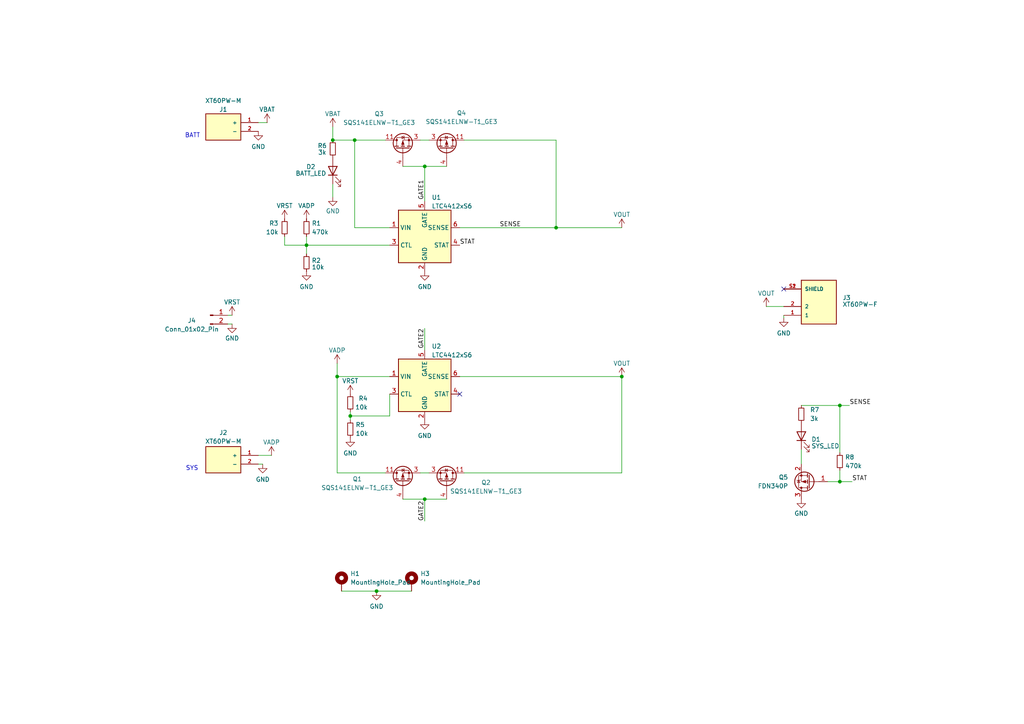
<source format=kicad_sch>
(kicad_sch (version 20231120) (generator "eeschema") (generator_version "8.0")
  (paper "A4")
  (lib_symbols
    (symbol "Connector:Conn_01x02_Pin" (pin_names (offset 1.016) hide)
      (property "Reference" "J" (at 0 2.54 0))
      (property "Value" "Conn_01x02_Pin" (at 0 -5.08 0))
      (symbol "Conn_01x02_Pin_1_1"
        (polyline (pts (xy 1.27 -2.54) (xy 0.8636 -2.54)) (stroke (width 0.1524)))
        (polyline (pts (xy 1.27 0) (xy 0.8636 0)) (stroke (width 0.1524)))
        (rectangle (start 0.8636 -2.413) (end 0 -2.667) (stroke (width 0.1524)) (fill (type outline)))
        (rectangle (start 0.8636 0.127) (end 0 -0.127) (stroke (width 0.1524)) (fill (type outline)))
        (pin passive line (at 5.08 0 180) (length 3.81) (name "Pin_1") (number "1"))
        (pin passive line (at 5.08 -2.54 180) (length 3.81) (name "Pin_2") (number "2"))
      )
    )
    (symbol "Device:LED" (pin_numbers hide) (pin_names (offset 1.016) hide)
      (property "Reference" "D" (at 0 2.54 0))
      (property "Value" "LED" (at 0 -2.54 0))
      (symbol "LED_0_1"
        (polyline (pts (xy -1.27 -1.27) (xy -1.27 1.27)) (stroke (width 0.254)))
        (polyline (pts (xy -1.27 0) (xy 1.27 0)))
        (polyline (pts (xy 1.27 -1.27) (xy 1.27 1.27) (xy -1.27 0) (xy 1.27 -1.27)) (stroke (width 0.254)))
        (polyline (pts (xy -3.048 -0.762) (xy -4.572 -2.286) (xy -3.81 -2.286) (xy -4.572 -2.286) (xy -4.572 -1.524)))
        (polyline (pts (xy -1.778 -0.762) (xy -3.302 -2.286) (xy -2.54 -2.286) (xy -3.302 -2.286) (xy -3.302 -1.524)))
      )
      (symbol "LED_1_1"
        (pin passive line (at -3.81 0 0) (length 2.54) (name "K") (number "1"))
        (pin passive line (at 3.81 0 180) (length 2.54) (name "A") (number "2"))
      )
    )
    (symbol "Device:R_Small" (pin_numbers hide) (pin_names (offset 0.254) hide)
      (property "Reference" "R" (at 0.762 0.508 0))
      (property "Value" "R_Small" (at 0.762 -1.016 0))
      (symbol "R_Small_0_1"
        (rectangle (start -0.762 1.778) (end 0.762 -1.778) (stroke (width 0.2032)))
      )
      (symbol "R_Small_1_1"
        (pin passive line (at 0 2.54 270) (length 0.762) (name "~") (number "1"))
        (pin passive line (at 0 -2.54 90) (length 0.762) (name "~") (number "2"))
      )
    )
    (symbol "GND_1" (power) (pin_names (offset 0))
      (property "Value" "GND_1" (at 0 -3.81 0))
      (symbol "GND_1_0_1"
        (polyline (pts (xy 0 0) (xy 0 -1.27) (xy 1.27 -1.27) (xy 0 -2.54) (xy -1.27 -1.27) (xy 0 -1.27)))
      )
      (symbol "GND_1_1_1"
        (pin power_in line (at 0 0 270) (length 0) hide (name "GND") (number "1"))
      )
    )
    (symbol "GND_2" (power) (pin_names (offset 0))
      (property "Value" "GND_2" (at 0 -3.81 0))
      (symbol "GND_2_0_1"
        (polyline (pts (xy 0 0) (xy 0 -1.27) (xy 1.27 -1.27) (xy 0 -2.54) (xy -1.27 -1.27) (xy 0 -1.27)))
      )
      (symbol "GND_2_1_1"
        (pin power_in line (at 0 0 270) (length 0) hide (name "GND") (number "1"))
      )
    )
    (symbol "Mechanical:MountingHole_Pad" (pin_numbers hide) (pin_names (offset 1.016) hide)
      (property "Reference" "H" (at 0 6.35 0))
      (property "Value" "MountingHole_Pad" (at 0 4.445 0))
      (symbol "MountingHole_Pad_0_1"
        (circle (center 0 1.27) (radius 1.27) (stroke (width 1.27)))
      )
      (symbol "MountingHole_Pad_1_1"
        (pin input line (at 0 -2.54 90) (length 2.54) (name "1") (number "1"))
      )
    )
    (symbol "Power_Management:LTC4412xS6"
      (property "Reference" "U" (at -6.35 8.89 0))
      (property "Value" "LTC4412xS6" (at 6.35 8.89 0))
      (symbol "LTC4412xS6_0_1"
        (rectangle (start -7.62 7.62) (end 7.62 -7.62) (stroke (width 0.254)) (fill (type background)))
      )
      (symbol "LTC4412xS6_1_1"
        (pin power_in line (at -10.16 2.54 0) (length 2.54) (name "VIN") (number "1"))
        (pin power_in line (at 0 -10.16 90) (length 2.54) (name "GND") (number "2"))
        (pin input line (at -10.16 -2.54 0) (length 2.54) (name "CTL") (number "3"))
        (pin open_collector line (at 10.16 -2.54 180) (length 2.54) (name "STAT") (number "4"))
        (pin output line (at 0 10.16 270) (length 2.54) (name "GATE") (number "5"))
        (pin input line (at 10.16 2.54 180) (length 2.54) (name "SENSE") (number "6"))
      )
    )
    (symbol "SQS141ELNW-T1_GE3_1"
      (property "Reference" "Q" (at -8.89 8.382 0))
      (property "Value" "SQS141ELNW-T1_GE3" (at -8.89 5.842 0))
      (symbol "SQS141ELNW-T1_GE3_1_0_1"
        (circle (center -1.778 1.27) (radius 0.254) (fill (type outline)))
        (polyline (pts (xy -2.54 1.27) (xy -1.778 1.27)))
        (polyline (pts (xy -2.286 -0.508) (xy -1.27 -0.508)) (stroke (width 0.254)))
        (polyline (pts (xy -1.905 -1.016) (xy 1.905 -1.016)) (stroke (width 0.254)))
        (polyline (pts (xy -0.508 -0.508) (xy 0.508 -0.508)) (stroke (width 0.254)))
        (polyline (pts (xy 0 -1.016) (xy 0 -3.81)))
        (polyline (pts (xy 1.27 -0.508) (xy 2.286 -0.508)) (stroke (width 0.254)))
        (polyline (pts (xy 2.54 1.27) (xy 0 1.27) (xy 0 -0.508)))
        (polyline (pts (xy -1.778 -0.508) (xy -1.778 2.032) (xy 1.778 2.032) (xy 1.778 -0.508)))
        (polyline (pts (xy 0 1.016) (xy -0.381 0) (xy 0.381 0) (xy 0 1.016)) (fill (type outline)))
        (polyline (pts (xy 0.381 2.032) (xy -0.254 1.651) (xy -0.254 2.413) (xy 0.381 2.032)))
        (polyline (pts (xy 0.508 1.524) (xy 0.381 1.651) (xy 0.381 2.413) (xy 0.254 2.54)))
        (circle (center 0 0.381) (radius 2.794) (stroke (width 0.254)))
        (circle (center 1.778 1.27) (radius 0.254) (fill (type outline)))
      )
      (symbol "SQS141ELNW-T1_GE3_1_1_1"
        (pin passive line (at 5.08 1.27 270) (length 2.54) hide (name "") (number "1"))
        (pin passive line (at -5.08 1.27 270) (length 2.54) hide (name "") (number "10"))
        (pin passive line (at -5.08 1.27 0) (length 2.54) (name "") (number "11"))
        (pin passive line (at 5.08 1.27 270) (length 2.54) hide (name "") (number "2"))
        (pin passive line (at 5.08 1.27 180) (length 2.54) (name "") (number "3"))
        (pin input line (at 0 -6.35 90) (length 2.54) (name "") (number "4"))
        (pin passive line (at -5.08 1.27 270) (length 2.54) hide (name "") (number "5"))
        (pin passive line (at -5.08 1.27 270) (length 2.54) hide (name "") (number "6"))
        (pin passive line (at -5.08 1.27 270) (length 2.54) hide (name "") (number "7"))
        (pin passive line (at -5.08 1.27 270) (length 2.54) hide (name "") (number "8"))
        (pin passive line (at -5.08 1.27 270) (length 2.54) hide (name "") (number "9"))
      )
    )
    (symbol "SQS141ELNW-T1_GE3_2"
      (property "Reference" "Q" (at -8.89 8.382 0))
      (property "Value" "SQS141ELNW-T1_GE3" (at -8.89 5.842 0))
      (symbol "SQS141ELNW-T1_GE3_2_0_1"
        (circle (center -1.778 1.27) (radius 0.254) (fill (type outline)))
        (polyline (pts (xy -2.54 1.27) (xy -1.778 1.27)))
        (polyline (pts (xy -2.286 -0.508) (xy -1.27 -0.508)) (stroke (width 0.254)))
        (polyline (pts (xy -1.905 -1.016) (xy 1.905 -1.016)) (stroke (width 0.254)))
        (polyline (pts (xy -0.508 -0.508) (xy 0.508 -0.508)) (stroke (width 0.254)))
        (polyline (pts (xy 0 -1.016) (xy 0 -3.81)))
        (polyline (pts (xy 1.27 -0.508) (xy 2.286 -0.508)) (stroke (width 0.254)))
        (polyline (pts (xy 2.54 1.27) (xy 0 1.27) (xy 0 -0.508)))
        (polyline (pts (xy -1.778 -0.508) (xy -1.778 2.032) (xy 1.778 2.032) (xy 1.778 -0.508)))
        (polyline (pts (xy 0 1.016) (xy -0.381 0) (xy 0.381 0) (xy 0 1.016)) (fill (type outline)))
        (polyline (pts (xy 0.381 2.032) (xy -0.254 1.651) (xy -0.254 2.413) (xy 0.381 2.032)))
        (polyline (pts (xy 0.508 1.524) (xy 0.381 1.651) (xy 0.381 2.413) (xy 0.254 2.54)))
        (circle (center 0 0.381) (radius 2.794) (stroke (width 0.254)))
        (circle (center 1.778 1.27) (radius 0.254) (fill (type outline)))
      )
      (symbol "SQS141ELNW-T1_GE3_2_1_1"
        (pin passive line (at 5.08 1.27 270) (length 2.54) hide (name "") (number "1"))
        (pin passive line (at -5.08 1.27 270) (length 2.54) hide (name "") (number "10"))
        (pin passive line (at -5.08 1.27 0) (length 2.54) (name "") (number "11"))
        (pin passive line (at 5.08 1.27 270) (length 2.54) hide (name "") (number "2"))
        (pin passive line (at 5.08 1.27 180) (length 2.54) (name "") (number "3"))
        (pin input line (at 0 -6.35 90) (length 2.54) (name "") (number "4"))
        (pin passive line (at -5.08 1.27 270) (length 2.54) hide (name "") (number "5"))
        (pin passive line (at -5.08 1.27 270) (length 2.54) hide (name "") (number "6"))
        (pin passive line (at -5.08 1.27 270) (length 2.54) hide (name "") (number "7"))
        (pin passive line (at -5.08 1.27 270) (length 2.54) hide (name "") (number "8"))
        (pin passive line (at -5.08 1.27 270) (length 2.54) hide (name "") (number "9"))
      )
    )
    (symbol "Transistor_FET:FDN340P" (pin_names hide)
      (property "Reference" "Q" (at 5.08 1.905 0))
      (property "Value" "FDN340P" (at 5.08 0 0))
      (symbol "FDN340P_0_1"
        (polyline (pts (xy 0.254 0) (xy -2.54 0)))
        (polyline (pts (xy 0.254 1.905) (xy 0.254 -1.905)) (stroke (width 0.254)))
        (polyline (pts (xy 0.762 -1.27) (xy 0.762 -2.286)) (stroke (width 0.254)))
        (polyline (pts (xy 0.762 0.508) (xy 0.762 -0.508)) (stroke (width 0.254)))
        (polyline (pts (xy 0.762 2.286) (xy 0.762 1.27)) (stroke (width 0.254)))
        (polyline (pts (xy 2.54 2.54) (xy 2.54 1.778)))
        (polyline (pts (xy 2.54 -2.54) (xy 2.54 0) (xy 0.762 0)))
        (polyline (pts (xy 0.762 1.778) (xy 3.302 1.778) (xy 3.302 -1.778) (xy 0.762 -1.778)))
        (polyline (pts (xy 2.286 0) (xy 1.27 0.381) (xy 1.27 -0.381) (xy 2.286 0)) (fill (type outline)))
        (polyline (pts (xy 2.794 -0.508) (xy 2.921 -0.381) (xy 3.683 -0.381) (xy 3.81 -0.254)))
        (polyline (pts (xy 3.302 -0.381) (xy 2.921 0.254) (xy 3.683 0.254) (xy 3.302 -0.381)))
        (circle (center 1.651 0) (radius 2.794) (stroke (width 0.254)))
        (circle (center 2.54 -1.778) (radius 0.254) (fill (type outline)))
        (circle (center 2.54 1.778) (radius 0.254) (fill (type outline)))
      )
      (symbol "FDN340P_1_1"
        (pin input line (at -5.08 0 0) (length 2.54) (name "G") (number "1"))
        (pin passive line (at 2.54 -5.08 90) (length 2.54) (name "S") (number "2"))
        (pin passive line (at 2.54 5.08 270) (length 2.54) (name "D") (number "3"))
      )
    )
    (symbol "iclr:SQS141ELNW-T1_GE3"
      (property "Reference" "Q" (at -8.89 8.382 0))
      (property "Value" "SQS141ELNW-T1_GE3" (at -8.89 5.842 0))
      (symbol "SQS141ELNW-T1_GE3_0_1"
        (circle (center -1.778 1.27) (radius 0.254) (fill (type outline)))
        (polyline (pts (xy -2.54 1.27) (xy -1.778 1.27)))
        (polyline (pts (xy -2.286 -0.508) (xy -1.27 -0.508)) (stroke (width 0.254)))
        (polyline (pts (xy -1.905 -1.016) (xy 1.905 -1.016)) (stroke (width 0.254)))
        (polyline (pts (xy -0.508 -0.508) (xy 0.508 -0.508)) (stroke (width 0.254)))
        (polyline (pts (xy 0 -1.016) (xy 0 -3.81)))
        (polyline (pts (xy 1.27 -0.508) (xy 2.286 -0.508)) (stroke (width 0.254)))
        (polyline (pts (xy 2.54 1.27) (xy 0 1.27) (xy 0 -0.508)))
        (polyline (pts (xy -1.778 -0.508) (xy -1.778 2.032) (xy 1.778 2.032) (xy 1.778 -0.508)))
        (polyline (pts (xy 0 1.016) (xy -0.381 0) (xy 0.381 0) (xy 0 1.016)) (fill (type outline)))
        (polyline (pts (xy 0.381 2.032) (xy -0.254 1.651) (xy -0.254 2.413) (xy 0.381 2.032)))
        (polyline (pts (xy 0.508 1.524) (xy 0.381 1.651) (xy 0.381 2.413) (xy 0.254 2.54)))
        (circle (center 0 0.381) (radius 2.794) (stroke (width 0.254)))
        (circle (center 1.778 1.27) (radius 0.254) (fill (type outline)))
      )
      (symbol "SQS141ELNW-T1_GE3_1_1"
        (pin passive line (at 5.08 1.27 270) (length 2.54) hide (name "") (number "1"))
        (pin passive line (at -5.08 1.27 270) (length 2.54) hide (name "") (number "10"))
        (pin passive line (at -5.08 1.27 0) (length 2.54) (name "") (number "11"))
        (pin passive line (at 5.08 1.27 270) (length 2.54) hide (name "") (number "2"))
        (pin passive line (at 5.08 1.27 180) (length 2.54) (name "") (number "3"))
        (pin input line (at 0 -6.35 90) (length 2.54) (name "") (number "4"))
        (pin passive line (at -5.08 1.27 270) (length 2.54) hide (name "") (number "5"))
        (pin passive line (at -5.08 1.27 270) (length 2.54) hide (name "") (number "6"))
        (pin passive line (at -5.08 1.27 270) (length 2.54) hide (name "") (number "7"))
        (pin passive line (at -5.08 1.27 270) (length 2.54) hide (name "") (number "8"))
        (pin passive line (at -5.08 1.27 270) (length 2.54) hide (name "") (number "9"))
      )
    )
    (symbol "iclr:XT60PW-F" (pin_names (offset 1.016))
      (property "Reference" "J" (at -5.08 6.35 0))
      (property "Value" "XT60PW-F" (at -5.08 -8.89 0))
      (symbol "XT60PW-F_0_0"
        (rectangle (start -5.08 -7.62) (end 5.08 5.08) (stroke (width 0.254)) (fill (type background)))
        (pin passive line (at -10.16 2.54 0) (length 5.08) (name "1") (number "1"))
        (pin passive line (at -10.16 0 0) (length 5.08) (name "2") (number "2"))
        (pin passive line (at -10.16 -5.08 0) (length 5.08) (name "SHIELD") (number "S1"))
        (pin passive line (at -10.16 -5.08 0) (length 5.08) (name "SHIELD") (number "S2"))
      )
    )
    (symbol "iclr:XT60PW-M" (pin_names (offset 1.016))
      (property "Reference" "J" (at -5.08 5.7234 0))
      (property "Value" "XT60PW-M" (at -5.08 -5.0923 0))
      (symbol "XT60PW-M_0_0"
        (rectangle (start -5.08 -2.54) (end 5.08 5.08) (stroke (width 0.254)) (fill (type background)))
        (pin passive line (at -10.16 2.54 0) (length 5.08) (name "+") (number "1"))
        (pin passive line (at -10.16 0 0) (length 5.08) (name "-") (number "2"))
      )
    )
    (symbol "power:GND" (power) (pin_names (offset 0))
      (property "Value" "GND" (at 0 -3.81 0))
      (symbol "GND_0_1"
        (polyline (pts (xy 0 0) (xy 0 -1.27) (xy 1.27 -1.27) (xy 0 -2.54) (xy -1.27 -1.27) (xy 0 -1.27)))
      )
      (symbol "GND_1_1"
        (pin power_in line (at 0 0 270) (length 0) hide (name "GND") (number "1"))
      )
    )
    (symbol "power:VBUS" (power) (pin_numbers hide) (pin_names (offset 0) hide)
      (property "Value" "VBUS" (at 0 3.556 0))
      (symbol "VBUS_0_1"
        (polyline (pts (xy -0.762 1.27) (xy 0 2.54)))
        (polyline (pts (xy 0 0) (xy 0 2.54)))
        (polyline (pts (xy 0 2.54) (xy 0.762 1.27)))
      )
      (symbol "VBUS_1_1"
        (pin power_in line (at 0 0 90) (length 0) (name "~") (number "1"))
      )
    )
  )
  (junction (at 102.87 40.64))
  (junction (at 96.52 40.64))
  (junction (at 109.22 171.45))
  (junction (at 161.29 66.04))
  (junction (at 88.9 71.12))
  (junction (at 123.19 144.78))
  (junction (at 101.6 120.65))
  (junction (at 123.19 48.26))
  (junction (at 243.586 139.7))
  (junction (at 180.34 109.22))
  (junction (at 97.79 109.22))
  (junction (at 243.586 117.602))
  (no_connect (at 133.35 114.3))
  (no_connect (at 227.33 83.82))
  (wire (pts (xy 88.9 71.12) (xy 88.9 73.66)))
  (wire (pts (xy 101.6 120.65) (xy 101.6 121.92)))
  (wire (pts (xy 123.19 48.26) (xy 123.19 58.42)))
  (wire (pts (xy 116.84 144.78) (xy 123.19 144.78)))
  (wire (pts (xy 113.03 66.04) (xy 102.87 66.04)))
  (wire (pts (xy 101.6 119.38) (xy 101.6 120.65)))
  (wire (pts (xy 96.52 57.15) (xy 96.52 53.34)))
  (wire (pts (xy 99.06 171.45) (xy 109.22 171.45)))
  (wire (pts (xy 232.41 117.602) (xy 243.586 117.602)))
  (wire (pts (xy 96.52 40.64) (xy 102.87 40.64)))
  (wire (pts (xy 180.34 109.22) (xy 180.34 137.16)))
  (wire (pts (xy 124.46 40.64) (xy 121.92 40.64)))
  (wire (pts (xy 77.47 35.56) (xy 74.93 35.56)))
  (wire (pts (xy 161.29 66.04) (xy 180.34 66.04)))
  (wire (pts (xy 97.79 109.22) (xy 113.03 109.22)))
  (wire (pts (xy 88.9 68.58) (xy 88.9 71.12)))
  (wire (pts (xy 243.586 117.602) (xy 243.586 131.318)))
  (wire (pts (xy 123.19 151.13) (xy 123.19 144.78)))
  (wire (pts (xy 232.41 130.302) (xy 232.41 134.62)))
  (wire (pts (xy 88.9 71.12) (xy 113.03 71.12)))
  (wire (pts (xy 161.29 40.64) (xy 161.29 66.04)))
  (wire (pts (xy 116.84 48.26) (xy 123.19 48.26)))
  (wire (pts (xy 97.79 105.41) (xy 97.79 109.22)))
  (wire (pts (xy 113.03 120.65) (xy 113.03 114.3)))
  (wire (pts (xy 243.586 117.602) (xy 246.38 117.602)))
  (wire (pts (xy 240.03 139.7) (xy 243.586 139.7)))
  (wire (pts (xy 88.9 71.12) (xy 82.55 71.12)))
  (wire (pts (xy 67.31 91.44) (xy 66.04 91.44)))
  (wire (pts (xy 124.46 137.16) (xy 121.92 137.16)))
  (wire (pts (xy 123.19 144.78) (xy 129.54 144.78)))
  (wire (pts (xy 96.52 36.83) (xy 96.52 40.64)))
  (wire (pts (xy 134.62 137.16) (xy 180.34 137.16)))
  (wire (pts (xy 97.79 109.22) (xy 97.79 137.16)))
  (wire (pts (xy 123.19 95.25) (xy 123.19 101.6)))
  (wire (pts (xy 133.35 66.04) (xy 161.29 66.04)))
  (wire (pts (xy 78.74 132.08) (xy 74.93 132.08)))
  (wire (pts (xy 97.79 137.16) (xy 111.76 137.16)))
  (wire (pts (xy 222.25 88.9) (xy 227.33 88.9)))
  (wire (pts (xy 134.62 40.64) (xy 161.29 40.64)))
  (wire (pts (xy 102.87 40.64) (xy 111.76 40.64)))
  (wire (pts (xy 102.87 40.64) (xy 102.87 66.04)))
  (wire (pts (xy 133.35 109.22) (xy 180.34 109.22)))
  (wire (pts (xy 227.33 92.202) (xy 227.33 91.44)))
  (wire (pts (xy 101.6 120.65) (xy 113.03 120.65)))
  (wire (pts (xy 243.586 139.7) (xy 243.586 136.398)))
  (wire (pts (xy 67.31 93.98) (xy 66.04 93.98)))
  (wire (pts (xy 109.22 171.45) (xy 119.38 171.45)))
  (wire (pts (xy 123.19 48.26) (xy 129.54 48.26)))
  (wire (pts (xy 243.586 139.7) (xy 247.142 139.7)))
  (wire (pts (xy 76.2 134.62) (xy 74.93 134.62)))
  (wire (pts (xy 82.55 71.12) (xy 82.55 68.58)))
  (text "BATT" (at 53.594 40.132 0) (effects (font (size 1.27 1.27)) (justify left bottom)))
  (text "SYS" (at 53.848 136.652 0) (effects (font (size 1.27 1.27)) (justify left bottom)))
  (label "GATE2" (at 123.19 151.13 90))
  (label "GATE1" (at 123.19 52.07 270))
  (label "GATE2" (at 123.19 95.25 270))
  (label "STAT" (at 133.35 71.12 0))
  (label "SENSE" (at 151.13 66.04 180))
  (label "SENSE" (at 246.38 117.602 0))
  (label "STAT" (at 247.142 139.7 0))
  (symbol (lib_id "power:VBUS") (at 101.6 114.3 0) (unit 1)
    (property "Reference" "#PWR014" (effects (hide yes)))
    (property "Value" "VRST" (at 101.6 110.49 0))
    (property "Description" "Power symbol creates a global label with name \"VBUS\"" (effects (hide yes)))
  )
  (symbol (lib_name "SQS141ELNW-T1_GE3_1") (lib_id "iclr:SQS141ELNW-T1_GE3") (at 116.84 41.91 0) (unit 1)
    (property "Reference" "Q3" (at 109.982 33.02 0))
    (property "Value" "SQS141ELNW-T1_GE3" (at 109.982 35.56 0))
    (property "Footprint" "iclr:SQS850ENT1_GE3" (effects (hide yes)))
    (property "Datasheet" "https://www.mouser.it/ProductDetail/Vishay-Semiconductors/SQS141ELNW-T1_GE3?qs=t7xnP681wgUUJh1P9XVDHQ%3D%3D" (effects (hide yes)))
    (property "Description" "Automotive P-Channel 40 V (D-S) 175 C MOSFET" (effects (hide yes)))
    (property "Height" "1.12" (effects (hide yes)))
    (property "Manufacturer_Name" "Vishay" (effects (hide yes)))
    (property "Manufacturer_Part_Number" "SQS141ELNW-T1_GE3" (effects (hide yes)))
    (property "Mouser Part Number" "78-SQS141ELNW-T1_GE3" (effects (hide yes)))
    (property "Mouser Price/Stock" "https://www.mouser.co.uk/ProductDetail/Vishay-Semiconductors/SQS141ELNW-T1_GE3?qs=t7xnP681wgUUJh1P9XVDHQ%3D%3D" (effects (hide yes)))
    (property "Arrow Part Number" "SQS141ELNW-T1_GE3" (effects (hide yes)))
    (property "Arrow Price/Stock" "https://www.arrow.com/en/products/sqs141elnw-t1-ge3/vishay?region=nac" (effects (hide yes)))
  )
  (symbol (lib_id "Power_Management:LTC4412xS6") (at 123.19 111.76 0) (unit 1)
    (property "Reference" "U2" (at 125.2094 100.4402 0) (effects (justify left)))
    (property "Value" "LTC4412xS6" (at 125.2094 102.9771 0) (effects (justify left)))
    (property "Footprint" "Package_TO_SOT_SMD:TSOT-23-6" (effects (hide yes)))
    (property "Datasheet" "https://www.analog.com/media/en/technical-documentation/data-sheets/4412fb.pdf" (effects (hide yes)))
  )
  (symbol (lib_id "power:GND") (at 74.93 38.1 0) (unit 1)
    (property "Reference" "#PWR0101" (effects (hide yes)))
    (property "Value" "GND" (at 74.93 42.5434 0))
  )
  (symbol (lib_name "SQS141ELNW-T1_GE3_2") (lib_id "iclr:SQS141ELNW-T1_GE3") (at 129.54 138.43 0) (mirror y) (unit 1)
    (property "Reference" "Q2" (at 140.97 139.954 0))
    (property "Value" "SQS141ELNW-T1_GE3" (at 140.97 142.494 0))
    (property "Footprint" "iclr:SQS850ENT1_GE3" (effects (hide yes)))
    (property "Datasheet" "https://www.mouser.it/ProductDetail/Vishay-Semiconductors/SQS141ELNW-T1_GE3?qs=t7xnP681wgUUJh1P9XVDHQ%3D%3D" (effects (hide yes)))
    (property "Description" "Automotive P-Channel 40 V (D-S) 175 C MOSFET" (effects (hide yes)))
    (property "Height" "1.12" (effects (hide yes)))
    (property "Manufacturer_Name" "Vishay" (effects (hide yes)))
    (property "Manufacturer_Part_Number" "SQS141ELNW-T1_GE3" (effects (hide yes)))
    (property "Mouser Part Number" "78-SQS141ELNW-T1_GE3" (effects (hide yes)))
    (property "Mouser Price/Stock" "https://www.mouser.co.uk/ProductDetail/Vishay-Semiconductors/SQS141ELNW-T1_GE3?qs=t7xnP681wgUUJh1P9XVDHQ%3D%3D" (effects (hide yes)))
    (property "Arrow Part Number" "SQS141ELNW-T1_GE3" (effects (hide yes)))
    (property "Arrow Price/Stock" "https://www.arrow.com/en/products/sqs141elnw-t1-ge3/vishay?region=nac" (effects (hide yes)))
  )
  (symbol (lib_id "Device:R_Small") (at 101.6 116.84 0) (unit 1)
    (property "Reference" "R4" (at 106.68 115.57 0) (effects (justify right)))
    (property "Value" "10k" (at 106.68 118.11 0) (effects (justify right)))
    (property "Footprint" "Resistor_SMD:R_0402_1005Metric" (effects (hide yes)))
  )
  (symbol (lib_name "GND_1") (lib_id "power:GND") (at 232.41 144.78 0) (unit 1)
    (property "Reference" "#PWR02" (effects (hide yes)))
    (property "Value" "GND" (at 232.41 148.9155 0))
  )
  (symbol (lib_id "Device:R_Small") (at 82.55 66.04 0) (unit 1)
    (property "Reference" "R3" (at 80.772 64.77 0) (effects (justify right)))
    (property "Value" "10k" (at 80.772 67.31 0) (effects (justify right)))
    (property "Footprint" "Resistor_SMD:R_0402_1005Metric" (effects (hide yes)))
  )
  (symbol (lib_name "GND_2") (lib_id "power:GND") (at 96.52 57.15 0) (unit 1)
    (property "Reference" "#PWR03" (effects (hide yes)))
    (property "Value" "GND" (at 94.488 61.214 0) (effects (justify left)))
  )
  (symbol (lib_id "power:GND") (at 76.2 134.62 0) (unit 1)
    (property "Reference" "#PWR0104" (effects (hide yes)))
    (property "Value" "GND" (at 76.2 139.0634 0))
  )
  (symbol (lib_id "iclr:XT60PW-F") (at 237.49 88.9 0) (mirror x) (unit 1)
    (property "Reference" "J3" (at 244.348 86.36 0) (effects (justify left)))
    (property "Value" "XT60PW-F" (at 244.348 88.281 0) (effects (justify left)))
    (property "Footprint" "iclr:AMASS_XT60PW-F" (effects (hide yes)))
    (property "PARTREV" "V1.2" (effects (hide yes)))
    (property "STANDARD" "Manufacturer Recommendations" (effects (hide yes)))
    (property "MAXIMUM_PACKAGE_HEIGHT" "8.4 mm" (effects (hide yes)))
    (property "MANUFACTURER" "AMASS" (effects (hide yes)))
  )
  (symbol (lib_id "Mechanical:MountingHole_Pad") (at 99.06 168.91 0) (unit 1)
    (property "Reference" "H1" (at 101.6 166.3699 0) (effects (justify left)))
    (property "Value" "MountingHole_Pad" (at 101.6 168.9099 0) (effects (justify left)))
    (property "Footprint" "MountingHole:MountingHole_3.2mm_M3_DIN965_Pad" (effects (hide yes)))
  )
  (symbol (lib_id "power:VBUS") (at 82.55 63.5 0) (unit 1)
    (property "Reference" "#PWR013" (effects (hide yes)))
    (property "Value" "VRST" (at 82.55 59.69 0))
    (property "Description" "Power symbol creates a global label with name \"VBUS\"" (effects (hide yes)))
  )
  (symbol (lib_id "power:GND") (at 123.19 78.74 0) (unit 1)
    (property "Reference" "#PWR0102" (effects (hide yes)))
    (property "Value" "GND" (at 123.19 83.1834 0))
  )
  (symbol (lib_id "power:VBUS") (at 180.34 66.04 0) (unit 1)
    (property "Reference" "#PWR017" (effects (hide yes)))
    (property "Value" "VOUT" (at 180.34 62.23 0))
    (property "Description" "Power symbol creates a global label with name \"VBUS\"" (effects (hide yes)))
  )
  (symbol (lib_id "power:VBUS") (at 96.52 36.83 0) (unit 1)
    (property "Reference" "#PWR09" (effects (hide yes)))
    (property "Value" "VBAT" (at 96.52 33.02 0))
    (property "Description" "Power symbol creates a global label with name \"VBUS\"" (effects (hide yes)))
  )
  (symbol (lib_id "power:VBUS") (at 78.74 132.08 0) (unit 1)
    (property "Reference" "#PWR07" (effects (hide yes)))
    (property "Value" "VADP" (at 78.74 128.27 0))
    (property "Description" "Power symbol creates a global label with name \"VBUS\"" (effects (hide yes)))
  )
  (symbol (lib_id "Device:LED") (at 232.41 126.492 90) (unit 1)
    (property "Reference" "D1" (at 235.331 127.4358 90) (effects (justify right)))
    (property "Value" "SYS_LED" (at 235.331 129.3568 90) (effects (justify right)))
    (property "Footprint" "LED_SMD:LED_0603_1608Metric" (effects (hide yes)))
  )
  (symbol (lib_id "power:VBUS") (at 88.9 63.5 0) (unit 1)
    (property "Reference" "#PWR010" (effects (hide yes)))
    (property "Value" "VADP" (at 88.9 59.69 0))
    (property "Description" "Power symbol creates a global label with name \"VBUS\"" (effects (hide yes)))
  )
  (symbol (lib_id "power:GND") (at 227.33 92.202 0) (unit 1)
    (property "Reference" "#PWR06" (effects (hide yes)))
    (property "Value" "GND" (at 227.33 96.6454 0))
  )
  (symbol (lib_id "power:VBUS") (at 67.31 91.44 0) (unit 1)
    (property "Reference" "#PWR05" (effects (hide yes)))
    (property "Value" "VRST" (at 67.31 87.63 0))
    (property "Description" "Power symbol creates a global label with name \"VBUS\"" (effects (hide yes)))
  )
  (symbol (lib_id "power:VBUS") (at 180.34 109.22 0) (unit 1)
    (property "Reference" "#PWR018" (effects (hide yes)))
    (property "Value" "VOUT" (at 180.34 105.41 0))
    (property "Description" "Power symbol creates a global label with name \"VBUS\"" (effects (hide yes)))
  )
  (symbol (lib_id "Power_Management:LTC4412xS6") (at 123.19 68.58 0) (unit 1)
    (property "Reference" "U1" (at 125.2094 57.2602 0) (effects (justify left)))
    (property "Value" "LTC4412xS6" (at 125.2094 59.7971 0) (effects (justify left)))
    (property "Footprint" "Package_TO_SOT_SMD:TSOT-23-6" (effects (hide yes)))
    (property "Datasheet" "https://www.analog.com/media/en/technical-documentation/data-sheets/4412fb.pdf" (effects (hide yes)))
  )
  (symbol (lib_id "iclr:SQS141ELNW-T1_GE3") (at 129.54 41.91 0) (mirror y) (unit 1)
    (property "Reference" "Q4" (at 133.858 32.766 0))
    (property "Value" "SQS141ELNW-T1_GE3" (at 133.858 35.306 0))
    (property "Footprint" "iclr:SQS850ENT1_GE3" (effects (hide yes)))
    (property "Datasheet" "https://www.mouser.it/ProductDetail/Vishay-Semiconductors/SQS141ELNW-T1_GE3?qs=t7xnP681wgUUJh1P9XVDHQ%3D%3D" (effects (hide yes)))
    (property "Description" "Automotive P-Channel 40 V (D-S) 175 C MOSFET" (effects (hide yes)))
    (property "Height" "1.12" (effects (hide yes)))
    (property "Manufacturer_Name" "Vishay" (effects (hide yes)))
    (property "Manufacturer_Part_Number" "SQS141ELNW-T1_GE3" (effects (hide yes)))
    (property "Mouser Part Number" "78-SQS141ELNW-T1_GE3" (effects (hide yes)))
    (property "Mouser Price/Stock" "https://www.mouser.co.uk/ProductDetail/Vishay-Semiconductors/SQS141ELNW-T1_GE3?qs=t7xnP681wgUUJh1P9XVDHQ%3D%3D" (effects (hide yes)))
    (property "Arrow Part Number" "SQS141ELNW-T1_GE3" (effects (hide yes)))
    (property "Arrow Price/Stock" "https://www.arrow.com/en/products/sqs141elnw-t1-ge3/vishay?region=nac" (effects (hide yes)))
  )
  (symbol (lib_id "power:VBUS") (at 222.25 88.9 0) (unit 1)
    (property "Reference" "#PWR011" (effects (hide yes)))
    (property "Value" "VOUT" (at 222.25 85.09 0))
    (property "Description" "Power symbol creates a global label with name \"VBUS\"" (effects (hide yes)))
  )
  (symbol (lib_id "power:VBUS") (at 77.47 35.56 0) (unit 1)
    (property "Reference" "#PWR08" (effects (hide yes)))
    (property "Value" "VBAT" (at 77.47 31.75 0))
    (property "Description" "Power symbol creates a global label with name \"VBUS\"" (effects (hide yes)))
  )
  (symbol (lib_id "Device:R_Small") (at 88.9 66.04 180) (unit 1)
    (property "Reference" "R1" (at 90.424 64.77 0) (effects (justify right)))
    (property "Value" "470k" (at 90.424 67.31 0) (effects (justify right)))
    (property "Footprint" "Resistor_SMD:R_0402_1005Metric" (effects (hide yes)))
  )
  (symbol (lib_id "power:GND") (at 101.6 127 0) (unit 1)
    (property "Reference" "#PWR016" (effects (hide yes)))
    (property "Value" "GND" (at 101.6 131.4434 0))
  )
  (symbol (lib_id "Device:R_Small") (at 96.52 43.18 0) (unit 1)
    (property "Reference" "R6" (at 93.472 42.275 0))
    (property "Value" "3k" (at 93.472 44.196 0))
    (property "Footprint" "Resistor_SMD:R_0603_1608Metric" (effects (hide yes)))
  )
  (symbol (lib_id "Device:LED") (at 96.52 49.53 90) (unit 1)
    (property "Reference" "D2" (at 90.17 48.371 90))
    (property "Value" "BATT_LED" (at 90.17 50.292 90))
    (property "Footprint" "LED_SMD:LED_0603_1608Metric" (effects (hide yes)))
  )
  (symbol (lib_id "iclr:XT60PW-M") (at 64.77 134.62 0) (mirror y) (unit 1)
    (property "Reference" "J2" (at 64.77 125.476 0))
    (property "Value" "XT60PW-M" (at 64.77 128.0129 0))
    (property "Footprint" "iclr:AMASS_XT60PW-M" (effects (hide yes)))
    (property "STANDARD" "Manufacturer recommendations" (effects (hide yes)))
    (property "MANUFACTURER" "AMASS" (effects (hide yes)))
    (property "PARTREV" "V1.2" (effects (hide yes)))
    (property "MAXIMUM_PACKAGE_HEIGHT" "8.4 mm" (effects (hide yes)))
  )
  (symbol (lib_id "iclr:XT60PW-M") (at 64.77 38.1 0) (mirror y) (unit 1)
    (property "Reference" "J1" (at 64.77 31.7469 0))
    (property "Value" "XT60PW-M" (at 64.77 29.21 0))
    (property "Footprint" "iclr:AMASS_XT60PW-M" (effects (hide yes)))
    (property "STANDARD" "Manufacturer recommendations" (effects (hide yes)))
    (property "MANUFACTURER" "AMASS" (effects (hide yes)))
    (property "PARTREV" "V1.2" (effects (hide yes)))
    (property "MAXIMUM_PACKAGE_HEIGHT" "8.4 mm" (effects (hide yes)))
  )
  (symbol (lib_id "power:GND") (at 123.19 121.92 0) (unit 1)
    (property "Reference" "#PWR0103" (effects (hide yes)))
    (property "Value" "GND" (at 123.19 126.3634 0))
  )
  (symbol (lib_name "SQS141ELNW-T1_GE3_1") (lib_id "iclr:SQS141ELNW-T1_GE3") (at 116.84 138.43 0) (unit 1)
    (property "Reference" "Q1" (at 103.632 138.938 0))
    (property "Value" "SQS141ELNW-T1_GE3" (at 103.632 141.478 0))
    (property "Footprint" "iclr:SQS850ENT1_GE3" (effects (hide yes)))
    (property "Datasheet" "https://www.mouser.it/ProductDetail/Vishay-Semiconductors/SQS141ELNW-T1_GE3?qs=t7xnP681wgUUJh1P9XVDHQ%3D%3D" (effects (hide yes)))
    (property "Description" "Automotive P-Channel 40 V (D-S) 175 C MOSFET" (effects (hide yes)))
    (property "Height" "1.12" (effects (hide yes)))
    (property "Manufacturer_Name" "Vishay" (effects (hide yes)))
    (property "Manufacturer_Part_Number" "SQS141ELNW-T1_GE3" (effects (hide yes)))
    (property "Mouser Part Number" "78-SQS141ELNW-T1_GE3" (effects (hide yes)))
    (property "Mouser Price/Stock" "https://www.mouser.co.uk/ProductDetail/Vishay-Semiconductors/SQS141ELNW-T1_GE3?qs=t7xnP681wgUUJh1P9XVDHQ%3D%3D" (effects (hide yes)))
    (property "Arrow Part Number" "SQS141ELNW-T1_GE3" (effects (hide yes)))
    (property "Arrow Price/Stock" "https://www.arrow.com/en/products/sqs141elnw-t1-ge3/vishay?region=nac" (effects (hide yes)))
  )
  (symbol (lib_name "GND_2") (lib_id "power:GND") (at 67.31 93.98 0) (unit 1)
    (property "Reference" "#PWR04" (effects (hide yes)))
    (property "Value" "GND" (at 67.31 98.1155 0))
  )
  (symbol (lib_id "Device:R_Small") (at 232.41 120.142 0) (unit 1)
    (property "Reference" "R7" (at 234.95 118.8719 0) (effects (justify left)))
    (property "Value" "3k" (at 234.95 121.4119 0) (effects (justify left)))
    (property "Footprint" "Resistor_SMD:R_0603_1608Metric" (effects (hide yes)))
  )
  (symbol (lib_id "Device:R_Small") (at 243.586 133.858 0) (unit 1)
    (property "Reference" "R8" (at 245.11 132.5879 0) (effects (justify left)))
    (property "Value" "470k" (at 245.11 135.1279 0) (effects (justify left)))
    (property "Footprint" "Resistor_SMD:R_0603_1608Metric" (effects (hide yes)))
  )
  (symbol (lib_id "power:GND") (at 88.9 78.74 0) (unit 1)
    (property "Reference" "#PWR01" (effects (hide yes)))
    (property "Value" "GND" (at 88.9 83.1834 0))
  )
  (symbol (lib_id "Transistor_FET:FDN340P") (at 234.95 139.7 180) (unit 1)
    (property "Reference" "Q5" (at 228.6 138.4299 0) (effects (justify left)))
    (property "Value" "FDN340P" (at 228.6 140.9699 0) (effects (justify left)))
    (property "Footprint" "Package_TO_SOT_SMD:SOT-23" (effects (hide yes)))
    (property "Datasheet" "https://www.onsemi.com/pub/Collateral/FDN340P-D.PDF" (effects (hide yes)))
  )
  (symbol (lib_id "power:GND") (at 109.22 171.45 0) (unit 1)
    (property "Reference" "#PWR0106" (effects (hide yes)))
    (property "Value" "GND" (at 109.22 175.8934 0))
  )
  (symbol (lib_id "Device:R_Small") (at 101.6 124.46 0) (unit 1)
    (property "Reference" "R5" (at 103.124 123.19 0) (effects (justify left)))
    (property "Value" "10k" (at 103.124 125.73 0) (effects (justify left)))
    (property "Footprint" "Resistor_SMD:R_0402_1005Metric" (effects (hide yes)))
  )
  (symbol (lib_id "Device:R_Small") (at 88.9 76.2 0) (unit 1)
    (property "Reference" "R2" (at 90.3986 75.5563 0) (effects (justify left)))
    (property "Value" "10k" (at 90.3986 77.4773 0) (effects (justify left)))
    (property "Footprint" "Resistor_SMD:R_0402_1005Metric" (effects (hide yes)))
  )
  (symbol (lib_id "Connector:Conn_01x02_Pin") (at 60.96 91.44 0) (unit 1)
    (property "Reference" "J4" (at 55.626 92.964 0))
    (property "Value" "Conn_01x02_Pin" (at 55.626 95.504 0))
    (property "Footprint" "iclr:Molex_Nano-Fit_105313-xx02_1x02_P2.50mm_Horizontal" (effects (hide yes)))
    (property "Description" "Generic connector, single row, 01x02, script generated" (effects (hide yes)))
  )
  (symbol (lib_id "power:VBUS") (at 97.79 105.41 0) (unit 1)
    (property "Reference" "#PWR015" (effects (hide yes)))
    (property "Value" "VADP" (at 97.79 101.6 0))
    (property "Description" "Power symbol creates a global label with name \"VBUS\"" (effects (hide yes)))
  )
  (symbol (lib_id "Mechanical:MountingHole_Pad") (at 119.38 168.91 0) (unit 1)
    (property "Reference" "H3" (at 121.92 166.3699 0) (effects (justify left)))
    (property "Value" "MountingHole_Pad" (at 121.92 168.9099 0) (effects (justify left)))
    (property "Footprint" "MountingHole:MountingHole_3.2mm_M3_DIN965_Pad" (effects (hide yes)))
  )
)
</source>
